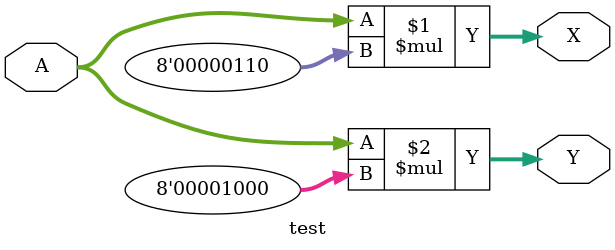
<source format=v>
module test (A, X, Y);
input [7:0] A;
output [7:0] X = A * 8'd 6;
output [7:0] Y = A * 8'd 8;
endmodule

</source>
